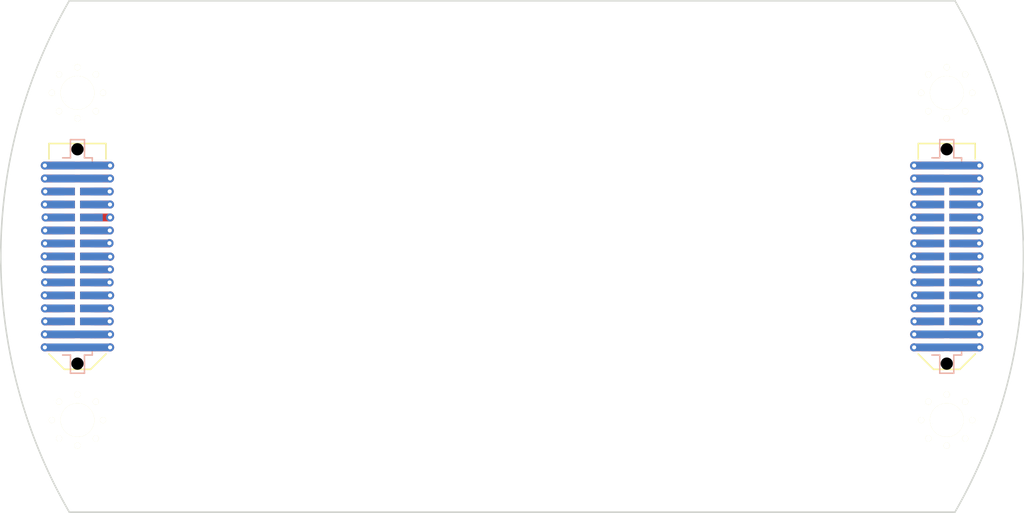
<source format=kicad_pcb>
(kicad_pcb (version 20171130) (host pcbnew no-vcs-found-dc66b73~61~ubuntu16.04.1)

  (general
    (thickness 1.6)
    (drawings 9)
    (tracks 198)
    (zones 0)
    (modules 8)
    (nets 47)
  )

  (page A4)
  (layers
    (0 F.Cu signal)
    (31 B.Cu signal)
    (32 B.Adhes user)
    (33 F.Adhes user)
    (34 B.Paste user)
    (35 F.Paste user)
    (36 B.SilkS user)
    (37 F.SilkS user)
    (38 B.Mask user)
    (39 F.Mask user)
    (40 Dwgs.User user hide)
    (41 Cmts.User user)
    (42 Eco1.User user)
    (43 Eco2.User user)
    (44 Edge.Cuts user)
    (45 Margin user)
    (46 B.CrtYd user)
    (47 F.CrtYd user hide)
    (48 B.Fab user)
    (49 F.Fab user)
  )

  (setup
    (last_trace_width 0.2)
    (user_trace_width 0.2)
    (user_trace_width 0.25)
    (user_trace_width 0.28)
    (user_trace_width 0.5)
    (user_trace_width 0.74)
    (user_trace_width 1)
    (user_trace_width 1.5)
    (user_trace_width 2)
    (trace_clearance 0.15)
    (zone_clearance 0.18)
    (zone_45_only no)
    (trace_min 0.2)
    (segment_width 0.2)
    (edge_width 0.15)
    (via_size 0.6)
    (via_drill 0.4)
    (via_min_size 0.6)
    (via_min_drill 0.3)
    (user_via 0.6 0.4)
    (user_via 0.8 0.4)
    (user_via 1 0.5)
    (user_via 1.2 0.6)
    (uvia_size 0.3)
    (uvia_drill 0.1)
    (uvias_allowed no)
    (uvia_min_size 0.2)
    (uvia_min_drill 0.1)
    (pcb_text_width 0.3)
    (pcb_text_size 1.5 1.5)
    (mod_edge_width 0.15)
    (mod_text_size 1 1)
    (mod_text_width 0.15)
    (pad_size 3.3 3.3)
    (pad_drill 3.3)
    (pad_to_mask_clearance 0)
    (aux_axis_origin 0 0)
    (visible_elements FFFFF75F)
    (pcbplotparams
      (layerselection 0x010fc_ffffffff)
      (usegerberextensions false)
      (usegerberattributes false)
      (usegerberadvancedattributes false)
      (creategerberjobfile false)
      (excludeedgelayer true)
      (linewidth 0.100000)
      (plotframeref false)
      (viasonmask false)
      (mode 1)
      (useauxorigin false)
      (hpglpennumber 1)
      (hpglpenspeed 20)
      (hpglpendiameter 15)
      (psnegative false)
      (psa4output false)
      (plotreference true)
      (plotvalue true)
      (plotinvisibletext false)
      (padsonsilk false)
      (subtractmaskfromsilk false)
      (outputformat 1)
      (mirror false)
      (drillshape 1)
      (scaleselection 1)
      (outputdirectory ""))
  )

  (net 0 "")
  (net 1 GND)
  (net 2 3v3)
  (net 3 /5v_CAN)
  (net 4 /UART_TX)
  (net 5 /UART_RX)
  (net 6 /JTMS)
  (net 7 /JTCK)
  (net 8 /JTDI)
  (net 9 /JTDO)
  (net 10 /CAN-)
  (net 11 /CAN+)
  (net 12 /RSVD6)
  (net 13 /RSVD5)
  (net 14 /RSVD4)
  (net 15 /RSVD3)
  (net 16 /RSVD2)
  (net 17 /RSVD1)
  (net 18 /3v3_AUX2)
  (net 19 /3v3_AUX1)
  (net 20 /JTDR)
  (net 21 /3v3_RADIO)
  (net 22 /3v3_FC)
  (net 23 /3v3_DL)
  (net 24 /3v3_TOP)
  (net 25 /PYRO1)
  (net 26 /PYRO2)
  (net 27 /PYRO3)
  (net 28 /PYRO4)
  (net 29 /PYRO5)
  (net 30 /PYRO6)
  (net 31 /PYRO7)
  (net 32 /PYRO8)
  (net 33 /12v_DL)
  (net 34 /RSVD7)
  (net 35 /5v_RADIO)
  (net 36 /RSVD8)
  (net 37 /5v_AUX1)
  (net 38 /RSVD9)
  (net 39 /5v_AUX2)
  (net 40 /RSVD10)
  (net 41 /5v_CAM1)
  (net 42 /RSVD11)
  (net 43 /5v_CAM2)
  (net 44 /RSVD12)
  (net 45 /PWR)
  (net 46 /RSVD13)

  (net_class Default "This is the default net class."
    (clearance 0.15)
    (trace_width 0.2)
    (via_dia 0.6)
    (via_drill 0.4)
    (uvia_dia 0.3)
    (uvia_drill 0.1)
    (add_net /12v_DL)
    (add_net /3v3_AUX1)
    (add_net /3v3_AUX2)
    (add_net /3v3_DL)
    (add_net /3v3_FC)
    (add_net /3v3_RADIO)
    (add_net /3v3_TOP)
    (add_net /5v_AUX1)
    (add_net /5v_AUX2)
    (add_net /5v_CAM1)
    (add_net /5v_CAM2)
    (add_net /5v_CAN)
    (add_net /5v_RADIO)
    (add_net /CAN+)
    (add_net /CAN-)
    (add_net /JTCK)
    (add_net /JTDI)
    (add_net /JTDO)
    (add_net /JTDR)
    (add_net /JTMS)
    (add_net /PWR)
    (add_net /PYRO1)
    (add_net /PYRO2)
    (add_net /PYRO3)
    (add_net /PYRO4)
    (add_net /PYRO5)
    (add_net /PYRO6)
    (add_net /PYRO7)
    (add_net /PYRO8)
    (add_net /RSVD1)
    (add_net /RSVD10)
    (add_net /RSVD11)
    (add_net /RSVD12)
    (add_net /RSVD13)
    (add_net /RSVD2)
    (add_net /RSVD3)
    (add_net /RSVD4)
    (add_net /RSVD5)
    (add_net /RSVD6)
    (add_net /RSVD7)
    (add_net /RSVD8)
    (add_net /RSVD9)
    (add_net /UART_RX)
    (add_net /UART_TX)
    (add_net 3v3)
    (add_net GND)
  )

  (module agg:TFML-115-02-L-D-LC (layer F.Cu) (tedit 5A7F73FE) (tstamp 5A80BB00)
    (at 57.5 100 270)
    (path /5A7E3177)
    (fp_text reference J1 (at 0 -4.125 270) (layer F.Fab)
      (effects (font (size 1 1) (thickness 0.15)))
    )
    (fp_text value "WEST TOP" (at 0 4.125 270) (layer F.Fab)
      (effects (font (size 1 1) (thickness 0.15)))
    )
    (fp_line (start 11.04 -1.285) (end 9.54 -2.785) (layer F.SilkS) (width 0.15))
    (fp_line (start 11.04 1.285) (end 11.04 -1.285) (layer F.SilkS) (width 0.15))
    (fp_line (start 9.54 2.785) (end 11.04 1.285) (layer F.SilkS) (width 0.15))
    (fp_line (start -11.04 2.785) (end -9.54 2.785) (layer F.SilkS) (width 0.15))
    (fp_line (start -11.04 -2.785) (end -11.04 2.785) (layer F.SilkS) (width 0.15))
    (fp_line (start -9.54 -2.785) (end -11.04 -2.785) (layer F.SilkS) (width 0.15))
    (fp_line (start -11.75 3.45) (end -11.75 -3.45) (layer F.CrtYd) (width 0.01))
    (fp_line (start 11.75 3.45) (end -11.75 3.45) (layer F.CrtYd) (width 0.01))
    (fp_line (start 11.75 -3.45) (end 11.75 3.45) (layer F.CrtYd) (width 0.01))
    (fp_line (start -11.75 -3.45) (end 11.75 -3.45) (layer F.CrtYd) (width 0.01))
    (fp_line (start -11.115 2.86) (end -11.115 -2.86) (layer F.Fab) (width 0.01))
    (fp_line (start 11.115 2.86) (end -11.115 2.86) (layer F.Fab) (width 0.01))
    (fp_line (start 11.115 -2.86) (end 11.115 2.86) (layer F.Fab) (width 0.01))
    (fp_line (start -11.115 -2.86) (end 11.115 -2.86) (layer F.Fab) (width 0.01))
    (pad "" np_thru_hole circle (at -10.48 0 270) (size 1.2 1.2) (drill 1.2) (layers *.Mask))
    (pad "" np_thru_hole circle (at 10.48 0 270) (size 1.2 1.2) (drill 1.2) (layers *.Mask))
    (pad 30 smd rect (at 8.89 -1.715 270) (size 0.74 2.92) (layers F.Cu F.Paste F.Mask)
      (net 1 GND))
    (pad 29 smd rect (at 8.89 1.715 270) (size 0.74 2.92) (layers F.Cu F.Paste F.Mask)
      (net 1 GND))
    (pad 28 smd rect (at 7.62 -1.715 270) (size 0.74 2.92) (layers F.Cu F.Paste F.Mask)
      (net 1 GND))
    (pad 27 smd rect (at 7.62 1.715 270) (size 0.74 2.92) (layers F.Cu F.Paste F.Mask)
      (net 1 GND))
    (pad 26 smd rect (at 6.35 -1.715 270) (size 0.74 2.92) (layers F.Cu F.Paste F.Mask)
      (net 11 /CAN+))
    (pad 25 smd rect (at 6.35 1.715 270) (size 0.74 2.92) (layers F.Cu F.Paste F.Mask)
      (net 12 /RSVD6))
    (pad 24 smd rect (at 5.08 -1.715 270) (size 0.74 2.92) (layers F.Cu F.Paste F.Mask)
      (net 10 /CAN-))
    (pad 23 smd rect (at 5.08 1.715 270) (size 0.74 2.92) (layers F.Cu F.Paste F.Mask)
      (net 13 /RSVD5))
    (pad 22 smd rect (at 3.81 -1.715 270) (size 0.74 2.92) (layers F.Cu F.Paste F.Mask)
      (net 3 /5v_CAN))
    (pad 21 smd rect (at 3.81 1.715 270) (size 0.74 2.92) (layers F.Cu F.Paste F.Mask)
      (net 14 /RSVD4))
    (pad 20 smd rect (at 2.54 -1.715 270) (size 0.74 2.92) (layers F.Cu F.Paste F.Mask)
      (net 15 /RSVD3))
    (pad 19 smd rect (at 2.54 1.715 270) (size 0.74 2.92) (layers F.Cu F.Paste F.Mask)
      (net 16 /RSVD2))
    (pad 18 smd rect (at 1.27 -1.715 270) (size 0.74 2.92) (layers F.Cu F.Paste F.Mask)
      (net 17 /RSVD1))
    (pad 17 smd rect (at 1.27 1.715 270) (size 0.74 2.92) (layers F.Cu F.Paste F.Mask)
      (net 18 /3v3_AUX2))
    (pad 16 smd rect (at 0 -1.715 270) (size 0.74 2.92) (layers F.Cu F.Paste F.Mask)
      (net 5 /UART_RX))
    (pad 15 smd rect (at 0 1.715 270) (size 0.74 2.92) (layers F.Cu F.Paste F.Mask)
      (net 19 /3v3_AUX1))
    (pad 14 smd rect (at -1.27 -1.715 270) (size 0.74 2.92) (layers F.Cu F.Paste F.Mask)
      (net 4 /UART_TX))
    (pad 13 smd rect (at -1.27 1.715 270) (size 0.74 2.92) (layers F.Cu F.Paste F.Mask)
      (net 2 3v3))
    (pad 12 smd rect (at -2.54 -1.715 270) (size 0.74 2.92) (layers F.Cu F.Paste F.Mask)
      (net 20 /JTDR))
    (pad 11 smd rect (at -2.54 1.715 270) (size 0.74 2.92) (layers F.Cu F.Paste F.Mask)
      (net 21 /3v3_RADIO))
    (pad 10 smd rect (at -3.81 -1.715 270) (size 0.74 2.92) (layers F.Cu F.Paste F.Mask)
      (net 8 /JTDI))
    (pad 9 smd rect (at -3.81 1.715 270) (size 0.74 2.92) (layers F.Cu F.Paste F.Mask)
      (net 22 /3v3_FC))
    (pad 8 smd rect (at -5.08 -1.715 270) (size 0.74 2.92) (layers F.Cu F.Paste F.Mask)
      (net 7 /JTCK))
    (pad 7 smd rect (at -5.08 1.715 270) (size 0.74 2.92) (layers F.Cu F.Paste F.Mask)
      (net 23 /3v3_DL))
    (pad 6 smd rect (at -6.35 -1.715 270) (size 0.74 2.92) (layers F.Cu F.Paste F.Mask)
      (net 6 /JTMS))
    (pad 5 smd rect (at -6.35 1.715 270) (size 0.74 2.92) (layers F.Cu F.Paste F.Mask)
      (net 24 /3v3_TOP))
    (pad 4 smd rect (at -7.62 -1.715 270) (size 0.74 2.92) (layers F.Cu F.Paste F.Mask)
      (net 1 GND))
    (pad 3 smd rect (at -7.62 1.715 270) (size 0.74 2.92) (layers F.Cu F.Paste F.Mask)
      (net 1 GND))
    (pad 2 smd rect (at -8.89 -1.715 270) (size 0.74 2.92) (layers F.Cu F.Paste F.Mask)
      (net 1 GND))
    (pad 1 smd rect (at -8.89 1.715 270) (size 0.74 2.92) (layers F.Cu F.Paste F.Mask)
      (net 1 GND))
  )

  (module agg:SFML-115-02-L-D (layer B.Cu) (tedit 5A80A668) (tstamp 5A80BB3E)
    (at 57.5 100 270)
    (path /5A7E31DC)
    (fp_text reference J2 (at 0 4.125 270) (layer B.Fab)
      (effects (font (size 1 1) (thickness 0.15)) (justify mirror))
    )
    (fp_text value "WEST BOT" (at 0 -4.125 270) (layer B.Fab)
      (effects (font (size 1 1) (thickness 0.15)) (justify mirror))
    )
    (fp_line (start -9.715 1.525) (end 9.715 1.525) (layer B.Fab) (width 0.01))
    (fp_line (start 9.715 1.525) (end 9.715 0.76) (layer B.Fab) (width 0.01))
    (fp_line (start 9.715 0.76) (end 11.495 0.76) (layer B.Fab) (width 0.01))
    (fp_line (start 11.495 0.76) (end 11.495 -0.76) (layer B.Fab) (width 0.01))
    (fp_line (start 11.495 -0.76) (end 9.715 -0.76) (layer B.Fab) (width 0.01))
    (fp_line (start 9.715 -0.76) (end 9.715 -1.525) (layer B.Fab) (width 0.01))
    (fp_line (start 9.715 -1.525) (end -9.715 -1.525) (layer B.Fab) (width 0.01))
    (fp_line (start -9.715 -1.525) (end -9.715 -0.76) (layer B.Fab) (width 0.01))
    (fp_line (start -9.715 -0.76) (end -11.495 -0.76) (layer B.Fab) (width 0.01))
    (fp_line (start -11.495 -0.76) (end -11.495 0.76) (layer B.Fab) (width 0.01))
    (fp_line (start -11.495 0.76) (end -9.715 0.76) (layer B.Fab) (width 0.01))
    (fp_line (start -9.715 0.76) (end -9.715 1.525) (layer B.Fab) (width 0.01))
    (fp_line (start -11.75 3.45) (end 11.75 3.45) (layer B.CrtYd) (width 0.01))
    (fp_line (start 11.75 3.45) (end 11.75 -3.45) (layer B.CrtYd) (width 0.01))
    (fp_line (start 11.75 -3.45) (end -11.75 -3.45) (layer B.CrtYd) (width 0.01))
    (fp_line (start -11.75 -3.45) (end -11.75 3.45) (layer B.CrtYd) (width 0.01))
    (fp_line (start 9.64 1.45) (end 9.64 0.685) (layer B.SilkS) (width 0.15))
    (fp_line (start 9.64 0.685) (end 11.42 0.685) (layer B.SilkS) (width 0.15))
    (fp_line (start 11.42 0.685) (end 11.42 -0.685) (layer B.SilkS) (width 0.15))
    (fp_line (start 11.42 -0.685) (end 9.64 -0.685) (layer B.SilkS) (width 0.15))
    (fp_line (start 9.64 -0.685) (end 9.64 -1.45) (layer B.SilkS) (width 0.15))
    (fp_line (start 9.64 -1.45) (end 9.34 -1.45) (layer B.SilkS) (width 0.15))
    (fp_line (start -9.34 -1.45) (end -9.64 -1.45) (layer B.SilkS) (width 0.15))
    (fp_line (start -9.64 -1.45) (end -9.64 -0.685) (layer B.SilkS) (width 0.15))
    (fp_line (start -9.64 -0.685) (end -11.42 -0.685) (layer B.SilkS) (width 0.15))
    (fp_line (start -11.42 -0.685) (end -11.42 0.685) (layer B.SilkS) (width 0.15))
    (fp_line (start -11.42 0.685) (end -9.64 0.685) (layer B.SilkS) (width 0.15))
    (fp_line (start -9.64 0.685) (end -9.64 1.45) (layer B.SilkS) (width 0.15))
    (pad 1 smd rect (at -8.89 1.365 270) (size 0.74 2.22) (layers B.Cu B.Paste B.Mask)
      (net 1 GND))
    (pad 2 smd rect (at -8.89 -1.365 270) (size 0.74 2.22) (layers B.Cu B.Paste B.Mask)
      (net 1 GND))
    (pad 3 smd rect (at -7.62 1.365 270) (size 0.74 2.22) (layers B.Cu B.Paste B.Mask)
      (net 1 GND))
    (pad 4 smd rect (at -7.62 -1.365 270) (size 0.74 2.22) (layers B.Cu B.Paste B.Mask)
      (net 1 GND))
    (pad 5 smd rect (at -6.35 1.365 270) (size 0.74 2.22) (layers B.Cu B.Paste B.Mask)
      (net 24 /3v3_TOP))
    (pad 6 smd rect (at -6.35 -1.365 270) (size 0.74 2.22) (layers B.Cu B.Paste B.Mask)
      (net 6 /JTMS))
    (pad 7 smd rect (at -5.08 1.365 270) (size 0.74 2.22) (layers B.Cu B.Paste B.Mask)
      (net 23 /3v3_DL))
    (pad 8 smd rect (at -5.08 -1.365 270) (size 0.74 2.22) (layers B.Cu B.Paste B.Mask)
      (net 7 /JTCK))
    (pad 9 smd rect (at -3.81 1.365 270) (size 0.74 2.22) (layers B.Cu B.Paste B.Mask)
      (net 22 /3v3_FC))
    (pad 10 smd rect (at -3.81 -1.365 270) (size 0.74 2.22) (layers B.Cu B.Paste B.Mask)
      (net 9 /JTDO))
    (pad 11 smd rect (at -2.54 1.365 270) (size 0.74 2.22) (layers B.Cu B.Paste B.Mask)
      (net 21 /3v3_RADIO))
    (pad 12 smd rect (at -2.54 -1.365 270) (size 0.74 2.22) (layers B.Cu B.Paste B.Mask)
      (net 20 /JTDR))
    (pad 13 smd rect (at -1.27 1.365 270) (size 0.74 2.22) (layers B.Cu B.Paste B.Mask)
      (net 2 3v3))
    (pad 14 smd rect (at -1.27 -1.365 270) (size 0.74 2.22) (layers B.Cu B.Paste B.Mask)
      (net 4 /UART_TX))
    (pad 15 smd rect (at 0 1.365 270) (size 0.74 2.22) (layers B.Cu B.Paste B.Mask)
      (net 19 /3v3_AUX1))
    (pad 16 smd rect (at 0 -1.365 270) (size 0.74 2.22) (layers B.Cu B.Paste B.Mask)
      (net 5 /UART_RX))
    (pad 17 smd rect (at 1.27 1.365 270) (size 0.74 2.22) (layers B.Cu B.Paste B.Mask)
      (net 18 /3v3_AUX2))
    (pad 18 smd rect (at 1.27 -1.365 270) (size 0.74 2.22) (layers B.Cu B.Paste B.Mask)
      (net 17 /RSVD1))
    (pad 19 smd rect (at 2.54 1.365 270) (size 0.74 2.22) (layers B.Cu B.Paste B.Mask)
      (net 16 /RSVD2))
    (pad 20 smd rect (at 2.54 -1.365 270) (size 0.74 2.22) (layers B.Cu B.Paste B.Mask)
      (net 15 /RSVD3))
    (pad 21 smd rect (at 3.81 1.365 270) (size 0.74 2.22) (layers B.Cu B.Paste B.Mask)
      (net 14 /RSVD4))
    (pad 22 smd rect (at 3.81 -1.365 270) (size 0.74 2.22) (layers B.Cu B.Paste B.Mask)
      (net 3 /5v_CAN))
    (pad 23 smd rect (at 5.08 1.365 270) (size 0.74 2.22) (layers B.Cu B.Paste B.Mask)
      (net 13 /RSVD5))
    (pad 24 smd rect (at 5.08 -1.365 270) (size 0.74 2.22) (layers B.Cu B.Paste B.Mask)
      (net 10 /CAN-))
    (pad 25 smd rect (at 6.35 1.365 270) (size 0.74 2.22) (layers B.Cu B.Paste B.Mask)
      (net 12 /RSVD6))
    (pad 26 smd rect (at 6.35 -1.365 270) (size 0.74 2.22) (layers B.Cu B.Paste B.Mask)
      (net 11 /CAN+))
    (pad 27 smd rect (at 7.62 1.365 270) (size 0.74 2.22) (layers B.Cu B.Paste B.Mask)
      (net 1 GND))
    (pad 28 smd rect (at 7.62 -1.365 270) (size 0.74 2.22) (layers B.Cu B.Paste B.Mask)
      (net 1 GND))
    (pad 29 smd rect (at 8.89 1.365 270) (size 0.74 2.22) (layers B.Cu B.Paste B.Mask)
      (net 1 GND))
    (pad 30 smd rect (at 8.89 -1.365 270) (size 0.74 2.22) (layers B.Cu B.Paste B.Mask)
      (net 1 GND))
  )

  (module agg:TFML-115-02-L-D-LC (layer F.Cu) (tedit 5A7F73FE) (tstamp 5A80BB70)
    (at 142.5 100 270)
    (path /5A7E31A6)
    (fp_text reference J3 (at 0 -4.125 270) (layer F.Fab)
      (effects (font (size 1 1) (thickness 0.15)))
    )
    (fp_text value "EAST TOP" (at 0 4.125 270) (layer F.Fab)
      (effects (font (size 1 1) (thickness 0.15)))
    )
    (fp_line (start -11.115 -2.86) (end 11.115 -2.86) (layer F.Fab) (width 0.01))
    (fp_line (start 11.115 -2.86) (end 11.115 2.86) (layer F.Fab) (width 0.01))
    (fp_line (start 11.115 2.86) (end -11.115 2.86) (layer F.Fab) (width 0.01))
    (fp_line (start -11.115 2.86) (end -11.115 -2.86) (layer F.Fab) (width 0.01))
    (fp_line (start -11.75 -3.45) (end 11.75 -3.45) (layer F.CrtYd) (width 0.01))
    (fp_line (start 11.75 -3.45) (end 11.75 3.45) (layer F.CrtYd) (width 0.01))
    (fp_line (start 11.75 3.45) (end -11.75 3.45) (layer F.CrtYd) (width 0.01))
    (fp_line (start -11.75 3.45) (end -11.75 -3.45) (layer F.CrtYd) (width 0.01))
    (fp_line (start -9.54 -2.785) (end -11.04 -2.785) (layer F.SilkS) (width 0.15))
    (fp_line (start -11.04 -2.785) (end -11.04 2.785) (layer F.SilkS) (width 0.15))
    (fp_line (start -11.04 2.785) (end -9.54 2.785) (layer F.SilkS) (width 0.15))
    (fp_line (start 9.54 2.785) (end 11.04 1.285) (layer F.SilkS) (width 0.15))
    (fp_line (start 11.04 1.285) (end 11.04 -1.285) (layer F.SilkS) (width 0.15))
    (fp_line (start 11.04 -1.285) (end 9.54 -2.785) (layer F.SilkS) (width 0.15))
    (pad 1 smd rect (at -8.89 1.715 270) (size 0.74 2.92) (layers F.Cu F.Paste F.Mask)
      (net 1 GND))
    (pad 2 smd rect (at -8.89 -1.715 270) (size 0.74 2.92) (layers F.Cu F.Paste F.Mask)
      (net 1 GND))
    (pad 3 smd rect (at -7.62 1.715 270) (size 0.74 2.92) (layers F.Cu F.Paste F.Mask)
      (net 1 GND))
    (pad 4 smd rect (at -7.62 -1.715 270) (size 0.74 2.92) (layers F.Cu F.Paste F.Mask)
      (net 1 GND))
    (pad 5 smd rect (at -6.35 1.715 270) (size 0.74 2.92) (layers F.Cu F.Paste F.Mask)
      (net 25 /PYRO1))
    (pad 6 smd rect (at -6.35 -1.715 270) (size 0.74 2.92) (layers F.Cu F.Paste F.Mask)
      (net 26 /PYRO2))
    (pad 7 smd rect (at -5.08 1.715 270) (size 0.74 2.92) (layers F.Cu F.Paste F.Mask)
      (net 27 /PYRO3))
    (pad 8 smd rect (at -5.08 -1.715 270) (size 0.74 2.92) (layers F.Cu F.Paste F.Mask)
      (net 28 /PYRO4))
    (pad 9 smd rect (at -3.81 1.715 270) (size 0.74 2.92) (layers F.Cu F.Paste F.Mask)
      (net 29 /PYRO5))
    (pad 10 smd rect (at -3.81 -1.715 270) (size 0.74 2.92) (layers F.Cu F.Paste F.Mask)
      (net 30 /PYRO6))
    (pad 11 smd rect (at -2.54 1.715 270) (size 0.74 2.92) (layers F.Cu F.Paste F.Mask)
      (net 31 /PYRO7))
    (pad 12 smd rect (at -2.54 -1.715 270) (size 0.74 2.92) (layers F.Cu F.Paste F.Mask)
      (net 32 /PYRO8))
    (pad 13 smd rect (at -1.27 1.715 270) (size 0.74 2.92) (layers F.Cu F.Paste F.Mask)
      (net 33 /12v_DL))
    (pad 14 smd rect (at -1.27 -1.715 270) (size 0.74 2.92) (layers F.Cu F.Paste F.Mask)
      (net 34 /RSVD7))
    (pad 15 smd rect (at 0 1.715 270) (size 0.74 2.92) (layers F.Cu F.Paste F.Mask)
      (net 35 /5v_RADIO))
    (pad 16 smd rect (at 0 -1.715 270) (size 0.74 2.92) (layers F.Cu F.Paste F.Mask)
      (net 36 /RSVD8))
    (pad 17 smd rect (at 1.27 1.715 270) (size 0.74 2.92) (layers F.Cu F.Paste F.Mask)
      (net 37 /5v_AUX1))
    (pad 18 smd rect (at 1.27 -1.715 270) (size 0.74 2.92) (layers F.Cu F.Paste F.Mask)
      (net 38 /RSVD9))
    (pad 19 smd rect (at 2.54 1.715 270) (size 0.74 2.92) (layers F.Cu F.Paste F.Mask)
      (net 39 /5v_AUX2))
    (pad 20 smd rect (at 2.54 -1.715 270) (size 0.74 2.92) (layers F.Cu F.Paste F.Mask)
      (net 40 /RSVD10))
    (pad 21 smd rect (at 3.81 1.715 270) (size 0.74 2.92) (layers F.Cu F.Paste F.Mask)
      (net 41 /5v_CAM1))
    (pad 22 smd rect (at 3.81 -1.715 270) (size 0.74 2.92) (layers F.Cu F.Paste F.Mask)
      (net 42 /RSVD11))
    (pad 23 smd rect (at 5.08 1.715 270) (size 0.74 2.92) (layers F.Cu F.Paste F.Mask)
      (net 43 /5v_CAM2))
    (pad 24 smd rect (at 5.08 -1.715 270) (size 0.74 2.92) (layers F.Cu F.Paste F.Mask)
      (net 44 /RSVD12))
    (pad 25 smd rect (at 6.35 1.715 270) (size 0.74 2.92) (layers F.Cu F.Paste F.Mask)
      (net 45 /PWR))
    (pad 26 smd rect (at 6.35 -1.715 270) (size 0.74 2.92) (layers F.Cu F.Paste F.Mask)
      (net 46 /RSVD13))
    (pad 27 smd rect (at 7.62 1.715 270) (size 0.74 2.92) (layers F.Cu F.Paste F.Mask)
      (net 1 GND))
    (pad 28 smd rect (at 7.62 -1.715 270) (size 0.74 2.92) (layers F.Cu F.Paste F.Mask)
      (net 1 GND))
    (pad 29 smd rect (at 8.89 1.715 270) (size 0.74 2.92) (layers F.Cu F.Paste F.Mask)
      (net 1 GND))
    (pad 30 smd rect (at 8.89 -1.715 270) (size 0.74 2.92) (layers F.Cu F.Paste F.Mask)
      (net 1 GND))
    (pad "" np_thru_hole circle (at 10.48 0 270) (size 1.2 1.2) (drill 1.2) (layers *.Mask))
    (pad "" np_thru_hole circle (at -10.48 0 270) (size 1.2 1.2) (drill 1.2) (layers *.Mask))
  )

  (module agg:SFML-115-02-L-D (layer B.Cu) (tedit 5A7F73FE) (tstamp 5A80BBAE)
    (at 142.5 100 270)
    (path /5A7E3279)
    (fp_text reference J4 (at 0 4.125 270) (layer B.Fab)
      (effects (font (size 1 1) (thickness 0.15)) (justify mirror))
    )
    (fp_text value "EAST BOT" (at 0 -4.125 270) (layer B.Fab)
      (effects (font (size 1 1) (thickness 0.15)) (justify mirror))
    )
    (fp_line (start -9.64 0.685) (end -9.64 1.45) (layer B.SilkS) (width 0.15))
    (fp_line (start -11.42 0.685) (end -9.64 0.685) (layer B.SilkS) (width 0.15))
    (fp_line (start -11.42 -0.685) (end -11.42 0.685) (layer B.SilkS) (width 0.15))
    (fp_line (start -9.64 -0.685) (end -11.42 -0.685) (layer B.SilkS) (width 0.15))
    (fp_line (start -9.64 -1.45) (end -9.64 -0.685) (layer B.SilkS) (width 0.15))
    (fp_line (start -9.34 -1.45) (end -9.64 -1.45) (layer B.SilkS) (width 0.15))
    (fp_line (start 9.64 -1.45) (end 9.34 -1.45) (layer B.SilkS) (width 0.15))
    (fp_line (start 9.64 -0.685) (end 9.64 -1.45) (layer B.SilkS) (width 0.15))
    (fp_line (start 11.42 -0.685) (end 9.64 -0.685) (layer B.SilkS) (width 0.15))
    (fp_line (start 11.42 0.685) (end 11.42 -0.685) (layer B.SilkS) (width 0.15))
    (fp_line (start 9.64 0.685) (end 11.42 0.685) (layer B.SilkS) (width 0.15))
    (fp_line (start 9.64 1.45) (end 9.64 0.685) (layer B.SilkS) (width 0.15))
    (fp_line (start -11.75 -3.45) (end -11.75 3.45) (layer B.CrtYd) (width 0.01))
    (fp_line (start 11.75 -3.45) (end -11.75 -3.45) (layer B.CrtYd) (width 0.01))
    (fp_line (start 11.75 3.45) (end 11.75 -3.45) (layer B.CrtYd) (width 0.01))
    (fp_line (start -11.75 3.45) (end 11.75 3.45) (layer B.CrtYd) (width 0.01))
    (fp_line (start -9.715 0.76) (end -9.715 1.525) (layer B.Fab) (width 0.01))
    (fp_line (start -11.495 0.76) (end -9.715 0.76) (layer B.Fab) (width 0.01))
    (fp_line (start -11.495 -0.76) (end -11.495 0.76) (layer B.Fab) (width 0.01))
    (fp_line (start -9.715 -0.76) (end -11.495 -0.76) (layer B.Fab) (width 0.01))
    (fp_line (start -9.715 -1.525) (end -9.715 -0.76) (layer B.Fab) (width 0.01))
    (fp_line (start 9.715 -1.525) (end -9.715 -1.525) (layer B.Fab) (width 0.01))
    (fp_line (start 9.715 -0.76) (end 9.715 -1.525) (layer B.Fab) (width 0.01))
    (fp_line (start 11.495 -0.76) (end 9.715 -0.76) (layer B.Fab) (width 0.01))
    (fp_line (start 11.495 0.76) (end 11.495 -0.76) (layer B.Fab) (width 0.01))
    (fp_line (start 9.715 0.76) (end 11.495 0.76) (layer B.Fab) (width 0.01))
    (fp_line (start 9.715 1.525) (end 9.715 0.76) (layer B.Fab) (width 0.01))
    (fp_line (start -9.715 1.525) (end 9.715 1.525) (layer B.Fab) (width 0.01))
    (pad 30 smd rect (at 8.89 -1.365 270) (size 0.74 2.22) (layers B.Cu B.Paste B.Mask)
      (net 1 GND))
    (pad 29 smd rect (at 8.89 1.365 270) (size 0.74 2.22) (layers B.Cu B.Paste B.Mask)
      (net 1 GND))
    (pad 28 smd rect (at 7.62 -1.365 270) (size 0.74 2.22) (layers B.Cu B.Paste B.Mask)
      (net 1 GND))
    (pad 27 smd rect (at 7.62 1.365 270) (size 0.74 2.22) (layers B.Cu B.Paste B.Mask)
      (net 1 GND))
    (pad 26 smd rect (at 6.35 -1.365 270) (size 0.74 2.22) (layers B.Cu B.Paste B.Mask)
      (net 46 /RSVD13))
    (pad 25 smd rect (at 6.35 1.365 270) (size 0.74 2.22) (layers B.Cu B.Paste B.Mask)
      (net 45 /PWR))
    (pad 24 smd rect (at 5.08 -1.365 270) (size 0.74 2.22) (layers B.Cu B.Paste B.Mask)
      (net 44 /RSVD12))
    (pad 23 smd rect (at 5.08 1.365 270) (size 0.74 2.22) (layers B.Cu B.Paste B.Mask)
      (net 43 /5v_CAM2))
    (pad 22 smd rect (at 3.81 -1.365 270) (size 0.74 2.22) (layers B.Cu B.Paste B.Mask)
      (net 42 /RSVD11))
    (pad 21 smd rect (at 3.81 1.365 270) (size 0.74 2.22) (layers B.Cu B.Paste B.Mask)
      (net 41 /5v_CAM1))
    (pad 20 smd rect (at 2.54 -1.365 270) (size 0.74 2.22) (layers B.Cu B.Paste B.Mask)
      (net 40 /RSVD10))
    (pad 19 smd rect (at 2.54 1.365 270) (size 0.74 2.22) (layers B.Cu B.Paste B.Mask)
      (net 39 /5v_AUX2))
    (pad 18 smd rect (at 1.27 -1.365 270) (size 0.74 2.22) (layers B.Cu B.Paste B.Mask)
      (net 38 /RSVD9))
    (pad 17 smd rect (at 1.27 1.365 270) (size 0.74 2.22) (layers B.Cu B.Paste B.Mask)
      (net 37 /5v_AUX1))
    (pad 16 smd rect (at 0 -1.365 270) (size 0.74 2.22) (layers B.Cu B.Paste B.Mask)
      (net 36 /RSVD8))
    (pad 15 smd rect (at 0 1.365 270) (size 0.74 2.22) (layers B.Cu B.Paste B.Mask)
      (net 35 /5v_RADIO))
    (pad 14 smd rect (at -1.27 -1.365 270) (size 0.74 2.22) (layers B.Cu B.Paste B.Mask)
      (net 34 /RSVD7))
    (pad 13 smd rect (at -1.27 1.365 270) (size 0.74 2.22) (layers B.Cu B.Paste B.Mask)
      (net 33 /12v_DL))
    (pad 12 smd rect (at -2.54 -1.365 270) (size 0.74 2.22) (layers B.Cu B.Paste B.Mask)
      (net 32 /PYRO8))
    (pad 11 smd rect (at -2.54 1.365 270) (size 0.74 2.22) (layers B.Cu B.Paste B.Mask)
      (net 31 /PYRO7))
    (pad 10 smd rect (at -3.81 -1.365 270) (size 0.74 2.22) (layers B.Cu B.Paste B.Mask)
      (net 30 /PYRO6))
    (pad 9 smd rect (at -3.81 1.365 270) (size 0.74 2.22) (layers B.Cu B.Paste B.Mask)
      (net 29 /PYRO5))
    (pad 8 smd rect (at -5.08 -1.365 270) (size 0.74 2.22) (layers B.Cu B.Paste B.Mask)
      (net 28 /PYRO4))
    (pad 7 smd rect (at -5.08 1.365 270) (size 0.74 2.22) (layers B.Cu B.Paste B.Mask)
      (net 27 /PYRO3))
    (pad 6 smd rect (at -6.35 -1.365 270) (size 0.74 2.22) (layers B.Cu B.Paste B.Mask)
      (net 26 /PYRO2))
    (pad 5 smd rect (at -6.35 1.365 270) (size 0.74 2.22) (layers B.Cu B.Paste B.Mask)
      (net 25 /PYRO1))
    (pad 4 smd rect (at -7.62 -1.365 270) (size 0.74 2.22) (layers B.Cu B.Paste B.Mask)
      (net 1 GND))
    (pad 3 smd rect (at -7.62 1.365 270) (size 0.74 2.22) (layers B.Cu B.Paste B.Mask)
      (net 1 GND))
    (pad 2 smd rect (at -8.89 -1.365 270) (size 0.74 2.22) (layers B.Cu B.Paste B.Mask)
      (net 1 GND))
    (pad 1 smd rect (at -8.89 1.365 270) (size 0.74 2.22) (layers B.Cu B.Paste B.Mask)
      (net 1 GND))
  )

  (module agg:M3_MOUNT (layer F.Cu) (tedit 5A87320F) (tstamp 5A81239C)
    (at 57.5 84)
    (path /5AA6A67C)
    (fp_text reference X2 (at 0 -4.1) (layer F.Fab) hide
      (effects (font (size 1 1) (thickness 0.15)))
    )
    (fp_text value HOLE (at 0 4.1) (layer F.Fab) hide
      (effects (font (size 1 1) (thickness 0.15)))
    )
    (fp_line (start -3.4 -3.4) (end 3.4 -3.4) (layer F.CrtYd) (width 0.01))
    (fp_line (start 3.4 -3.4) (end 3.4 3.4) (layer F.CrtYd) (width 0.01))
    (fp_line (start 3.4 3.4) (end -3.4 3.4) (layer F.CrtYd) (width 0.01))
    (fp_line (start -3.4 3.4) (end -3.4 -3.4) (layer F.CrtYd) (width 0.01))
    (pad "" np_thru_hole circle (at 1.8 1.8) (size 0.6 0.6) (drill 0.6) (layers *.Cu *.Mask F.SilkS))
    (pad "" np_thru_hole circle (at -1.8 1.8) (size 0.6 0.6) (drill 0.6) (layers *.Cu *.Mask F.SilkS))
    (pad "" np_thru_hole circle (at 1.8 -1.8) (size 0.6 0.6) (drill 0.6) (layers *.Cu *.Mask F.SilkS))
    (pad "" np_thru_hole circle (at -1.8 -1.8) (size 0.6 0.6) (drill 0.6) (layers *.Cu *.Mask F.SilkS))
    (pad "" np_thru_hole circle (at -2.5 0) (size 0.6 0.6) (drill 0.6) (layers *.Cu *.Mask F.SilkS))
    (pad "" np_thru_hole circle (at 0 2.5) (size 0.6 0.6) (drill 0.6) (layers *.Cu *.Mask F.SilkS))
    (pad "" np_thru_hole circle (at 2.5 0) (size 0.6 0.6) (drill 0.6) (layers *.Cu *.Mask F.SilkS))
    (pad "" np_thru_hole circle (at 0 -2.5) (size 0.6 0.6) (drill 0.6) (layers *.Cu *.Mask F.SilkS))
    (pad "" np_thru_hole circle (at 0 0) (size 3.3 3.3) (drill 3.3) (layers *.Cu *.Mask F.SilkS)
      (solder_mask_margin 1.5) (clearance 1.65))
  )

  (module agg:M3_MOUNT (layer F.Cu) (tedit 5681D0FF) (tstamp 5A8123AD)
    (at 57.5 116)
    (path /5AA6B102)
    (fp_text reference X3 (at 0 -4.1) (layer F.Fab) hide
      (effects (font (size 1 1) (thickness 0.15)))
    )
    (fp_text value HOLE (at 0 4.1) (layer F.Fab) hide
      (effects (font (size 1 1) (thickness 0.15)))
    )
    (fp_line (start -3.4 3.4) (end -3.4 -3.4) (layer F.CrtYd) (width 0.01))
    (fp_line (start 3.4 3.4) (end -3.4 3.4) (layer F.CrtYd) (width 0.01))
    (fp_line (start 3.4 -3.4) (end 3.4 3.4) (layer F.CrtYd) (width 0.01))
    (fp_line (start -3.4 -3.4) (end 3.4 -3.4) (layer F.CrtYd) (width 0.01))
    (pad "" np_thru_hole circle (at 0 0) (size 3.3 3.3) (drill 3.3) (layers *.Cu *.Mask F.SilkS)
      (solder_mask_margin 1.5) (clearance 1.65))
    (pad "" np_thru_hole circle (at 0 -2.5) (size 0.6 0.6) (drill 0.6) (layers *.Cu *.Mask F.SilkS))
    (pad "" np_thru_hole circle (at 2.5 0) (size 0.6 0.6) (drill 0.6) (layers *.Cu *.Mask F.SilkS))
    (pad "" np_thru_hole circle (at 0 2.5) (size 0.6 0.6) (drill 0.6) (layers *.Cu *.Mask F.SilkS))
    (pad "" np_thru_hole circle (at -2.5 0) (size 0.6 0.6) (drill 0.6) (layers *.Cu *.Mask F.SilkS))
    (pad "" np_thru_hole circle (at -1.8 -1.8) (size 0.6 0.6) (drill 0.6) (layers *.Cu *.Mask F.SilkS))
    (pad "" np_thru_hole circle (at 1.8 -1.8) (size 0.6 0.6) (drill 0.6) (layers *.Cu *.Mask F.SilkS))
    (pad "" np_thru_hole circle (at -1.8 1.8) (size 0.6 0.6) (drill 0.6) (layers *.Cu *.Mask F.SilkS))
    (pad "" np_thru_hole circle (at 1.8 1.8) (size 0.6 0.6) (drill 0.6) (layers *.Cu *.Mask F.SilkS))
  )

  (module agg:M3_MOUNT (layer F.Cu) (tedit 5681D0FF) (tstamp 5A8123BE)
    (at 142.5 84)
    (path /5AA6B29C)
    (fp_text reference X4 (at 0 -4.1) (layer F.Fab) hide
      (effects (font (size 1 1) (thickness 0.15)))
    )
    (fp_text value HOLE (at 0 4.1) (layer F.Fab) hide
      (effects (font (size 1 1) (thickness 0.15)))
    )
    (fp_line (start -3.4 -3.4) (end 3.4 -3.4) (layer F.CrtYd) (width 0.01))
    (fp_line (start 3.4 -3.4) (end 3.4 3.4) (layer F.CrtYd) (width 0.01))
    (fp_line (start 3.4 3.4) (end -3.4 3.4) (layer F.CrtYd) (width 0.01))
    (fp_line (start -3.4 3.4) (end -3.4 -3.4) (layer F.CrtYd) (width 0.01))
    (pad "" np_thru_hole circle (at 1.8 1.8) (size 0.6 0.6) (drill 0.6) (layers *.Cu *.Mask F.SilkS))
    (pad "" np_thru_hole circle (at -1.8 1.8) (size 0.6 0.6) (drill 0.6) (layers *.Cu *.Mask F.SilkS))
    (pad "" np_thru_hole circle (at 1.8 -1.8) (size 0.6 0.6) (drill 0.6) (layers *.Cu *.Mask F.SilkS))
    (pad "" np_thru_hole circle (at -1.8 -1.8) (size 0.6 0.6) (drill 0.6) (layers *.Cu *.Mask F.SilkS))
    (pad "" np_thru_hole circle (at -2.5 0) (size 0.6 0.6) (drill 0.6) (layers *.Cu *.Mask F.SilkS))
    (pad "" np_thru_hole circle (at 0 2.5) (size 0.6 0.6) (drill 0.6) (layers *.Cu *.Mask F.SilkS))
    (pad "" np_thru_hole circle (at 2.5 0) (size 0.6 0.6) (drill 0.6) (layers *.Cu *.Mask F.SilkS))
    (pad "" np_thru_hole circle (at 0 -2.5) (size 0.6 0.6) (drill 0.6) (layers *.Cu *.Mask F.SilkS))
    (pad "" np_thru_hole circle (at 0 0) (size 3.3 3.3) (drill 3.3) (layers *.Cu *.Mask F.SilkS)
      (solder_mask_margin 1.5) (clearance 1.65))
  )

  (module agg:M3_MOUNT (layer F.Cu) (tedit 5681D0FF) (tstamp 5A8123CF)
    (at 142.5 116)
    (path /5AA6B408)
    (fp_text reference X5 (at 0 -4.1) (layer F.Fab) hide
      (effects (font (size 1 1) (thickness 0.15)))
    )
    (fp_text value HOLE (at 0 4.1) (layer F.Fab) hide
      (effects (font (size 1 1) (thickness 0.15)))
    )
    (fp_line (start -3.4 3.4) (end -3.4 -3.4) (layer F.CrtYd) (width 0.01))
    (fp_line (start 3.4 3.4) (end -3.4 3.4) (layer F.CrtYd) (width 0.01))
    (fp_line (start 3.4 -3.4) (end 3.4 3.4) (layer F.CrtYd) (width 0.01))
    (fp_line (start -3.4 -3.4) (end 3.4 -3.4) (layer F.CrtYd) (width 0.01))
    (pad "" np_thru_hole circle (at 0 0) (size 3.3 3.3) (drill 3.3) (layers *.Cu *.Mask F.SilkS)
      (solder_mask_margin 1.5) (clearance 1.65))
    (pad "" np_thru_hole circle (at 0 -2.5) (size 0.6 0.6) (drill 0.6) (layers *.Cu *.Mask F.SilkS))
    (pad "" np_thru_hole circle (at 2.5 0) (size 0.6 0.6) (drill 0.6) (layers *.Cu *.Mask F.SilkS))
    (pad "" np_thru_hole circle (at 0 2.5) (size 0.6 0.6) (drill 0.6) (layers *.Cu *.Mask F.SilkS))
    (pad "" np_thru_hole circle (at -2.5 0) (size 0.6 0.6) (drill 0.6) (layers *.Cu *.Mask F.SilkS))
    (pad "" np_thru_hole circle (at -1.8 -1.8) (size 0.6 0.6) (drill 0.6) (layers *.Cu *.Mask F.SilkS))
    (pad "" np_thru_hole circle (at 1.8 -1.8) (size 0.6 0.6) (drill 0.6) (layers *.Cu *.Mask F.SilkS))
    (pad "" np_thru_hole circle (at -1.8 1.8) (size 0.6 0.6) (drill 0.6) (layers *.Cu *.Mask F.SilkS))
    (pad "" np_thru_hole circle (at 1.8 1.8) (size 0.6 0.6) (drill 0.6) (layers *.Cu *.Mask F.SilkS))
  )

  (gr_line (start 143.3 125) (end 56.7 125) (layer Edge.Cuts) (width 0.15))
  (gr_arc (start 100 100) (end 56.700001 75.000001) (angle -60) (layer Edge.Cuts) (width 0.15))
  (gr_line (start 143.3 75) (end 56.7 75) (layer Edge.Cuts) (width 0.15))
  (gr_arc (start 100 100) (end 143.299999 124.999999) (angle -60) (layer Edge.Cuts) (width 0.15))
  (gr_line (start 47 125) (end 153 125) (layer Dwgs.User) (width 0.2) (tstamp 5A80E41E))
  (gr_line (start 47 75) (end 153 75) (layer Dwgs.User) (width 0.2))
  (gr_line (start 47 100) (end 153 100) (layer Dwgs.User) (width 0.2))
  (gr_line (start 100 47) (end 100 155) (layer Dwgs.User) (width 0.2))
  (gr_circle (center 100 100) (end 150 100) (layer Dwgs.User) (width 0.2))

  (segment (start 58.865 91.11) (end 60.69 91.11) (width 0.74) (layer B.Cu) (net 1))
  (segment (start 56.135 91.11) (end 58.865 91.11) (width 0.74) (layer B.Cu) (net 1))
  (segment (start 54.31 91.11) (end 56.135 91.11) (width 0.74) (layer B.Cu) (net 1))
  (segment (start 56.135 92.38) (end 58.865 92.38) (width 0.74) (layer B.Cu) (net 1))
  (segment (start 56.135 92.38) (end 54.32 92.38) (width 0.74) (layer B.Cu) (net 1))
  (segment (start 60.68 92.38) (end 58.865 92.38) (width 0.74) (layer B.Cu) (net 1))
  (segment (start 58.865 107.62) (end 56.135 107.62) (width 0.74) (layer B.Cu) (net 1))
  (segment (start 60.68 107.62) (end 58.865 107.62) (width 0.74) (layer B.Cu) (net 1))
  (segment (start 60.69 108.89) (end 58.865 108.89) (width 0.74) (layer B.Cu) (net 1))
  (segment (start 56.135 108.89) (end 58.865 108.89) (width 0.74) (layer B.Cu) (net 1))
  (segment (start 54.31 108.89) (end 56.135 108.89) (width 0.74) (layer B.Cu) (net 1))
  (segment (start 54.32 107.62) (end 56.135 107.62) (width 0.74) (layer B.Cu) (net 1))
  (segment (start 55.785 92.38) (end 59.215 92.38) (width 0.74) (layer F.Cu) (net 1))
  (segment (start 55.785 91.11) (end 59.215 91.11) (width 0.74) (layer F.Cu) (net 1))
  (via (at 60.69 91.11) (size 0.8) (drill 0.4) (layers F.Cu B.Cu) (net 1))
  (segment (start 59.215 91.11) (end 60.69 91.11) (width 0.74) (layer F.Cu) (net 1))
  (via (at 60.68 92.38) (size 0.8) (drill 0.4) (layers F.Cu B.Cu) (net 1))
  (segment (start 59.215 92.38) (end 60.68 92.38) (width 0.74) (layer F.Cu) (net 1))
  (segment (start 55.785 108.89) (end 59.215 108.89) (width 0.74) (layer F.Cu) (net 1))
  (segment (start 59.215 107.62) (end 55.785 107.62) (width 0.74) (layer F.Cu) (net 1))
  (via (at 60.68 107.62) (size 0.8) (drill 0.4) (layers F.Cu B.Cu) (net 1))
  (segment (start 59.215 107.62) (end 60.68 107.62) (width 0.74) (layer F.Cu) (net 1))
  (via (at 60.69 108.89) (size 0.8) (drill 0.4) (layers F.Cu B.Cu) (net 1))
  (segment (start 59.215 108.89) (end 60.69 108.89) (width 0.74) (layer F.Cu) (net 1))
  (via (at 54.31 108.89) (size 0.8) (drill 0.4) (layers F.Cu B.Cu) (net 1))
  (segment (start 55.785 108.89) (end 54.31 108.89) (width 0.74) (layer F.Cu) (net 1))
  (via (at 54.32 107.62) (size 0.8) (drill 0.4) (layers F.Cu B.Cu) (net 1))
  (segment (start 55.785 107.62) (end 54.32 107.62) (width 0.74) (layer F.Cu) (net 1))
  (via (at 54.32 92.38) (size 0.8) (drill 0.4) (layers F.Cu B.Cu) (net 1))
  (segment (start 55.785 92.38) (end 54.32 92.38) (width 0.74) (layer F.Cu) (net 1))
  (via (at 54.31 91.11) (size 0.8) (drill 0.4) (layers F.Cu B.Cu) (net 1))
  (segment (start 55.785 91.11) (end 54.31 91.11) (width 0.74) (layer F.Cu) (net 1))
  (segment (start 140.785 108.89) (end 144.215 108.89) (width 0.74) (layer F.Cu) (net 1))
  (segment (start 140.785 107.62) (end 144.215 107.62) (width 0.74) (layer F.Cu) (net 1))
  (segment (start 139.31 108.89) (end 141.135 108.89) (width 0.74) (layer B.Cu) (net 1))
  (segment (start 141.135 107.62) (end 139.32 107.62) (width 0.74) (layer B.Cu) (net 1))
  (segment (start 141.135 107.62) (end 143.865 107.62) (width 0.74) (layer B.Cu) (net 1))
  (segment (start 143.865 108.89) (end 141.135 108.89) (width 0.74) (layer B.Cu) (net 1))
  (segment (start 145.69 108.89) (end 143.865 108.89) (width 0.74) (layer B.Cu) (net 1))
  (segment (start 145.68 107.62) (end 143.865 107.62) (width 0.74) (layer B.Cu) (net 1))
  (segment (start 140.785 92.38) (end 144.215 92.38) (width 0.74) (layer F.Cu) (net 1))
  (segment (start 144.215 91.11) (end 140.785 91.11) (width 0.74) (layer F.Cu) (net 1))
  (segment (start 141.135 91.11) (end 143.865 91.11) (width 0.74) (layer B.Cu) (net 1))
  (segment (start 143.865 92.38) (end 141.135 92.38) (width 0.74) (layer B.Cu) (net 1))
  (segment (start 145.68 92.38) (end 143.865 92.38) (width 0.74) (layer B.Cu) (net 1))
  (segment (start 145.69 91.11) (end 143.865 91.11) (width 0.74) (layer B.Cu) (net 1))
  (segment (start 139.32 92.38) (end 141.135 92.38) (width 0.74) (layer B.Cu) (net 1))
  (segment (start 139.31 91.11) (end 141.135 91.11) (width 0.74) (layer B.Cu) (net 1))
  (via (at 145.69 91.11) (size 0.8) (drill 0.4) (layers F.Cu B.Cu) (net 1))
  (segment (start 144.215 91.11) (end 145.69 91.11) (width 0.74) (layer F.Cu) (net 1))
  (via (at 145.68 92.38) (size 0.8) (drill 0.4) (layers F.Cu B.Cu) (net 1))
  (segment (start 144.215 92.38) (end 145.68 92.38) (width 0.74) (layer F.Cu) (net 1))
  (via (at 145.68 107.62) (size 0.8) (drill 0.4) (layers F.Cu B.Cu) (net 1))
  (segment (start 144.215 107.62) (end 145.68 107.62) (width 0.74) (layer F.Cu) (net 1))
  (via (at 145.69 108.89) (size 0.8) (drill 0.4) (layers F.Cu B.Cu) (net 1))
  (segment (start 144.215 108.89) (end 145.69 108.89) (width 0.74) (layer F.Cu) (net 1))
  (via (at 139.31 108.89) (size 0.8) (drill 0.4) (layers F.Cu B.Cu) (net 1))
  (segment (start 140.785 108.89) (end 139.31 108.89) (width 0.74) (layer F.Cu) (net 1))
  (via (at 139.32 107.62) (size 0.8) (drill 0.4) (layers F.Cu B.Cu) (net 1))
  (segment (start 140.785 107.62) (end 139.32 107.62) (width 0.74) (layer F.Cu) (net 1))
  (via (at 139.32 92.38) (size 0.8) (drill 0.4) (layers F.Cu B.Cu) (net 1))
  (segment (start 140.785 92.38) (end 139.32 92.38) (width 0.74) (layer F.Cu) (net 1))
  (via (at 139.31 91.11) (size 0.8) (drill 0.4) (layers F.Cu B.Cu) (net 1))
  (segment (start 140.785 91.11) (end 139.31 91.11) (width 0.74) (layer F.Cu) (net 1))
  (segment (start 56.135 98.73) (end 56.875 98.73) (width 0.2) (layer B.Cu) (net 2))
  (segment (start 55.785 98.73) (end 56.88 98.73) (width 0.2) (layer F.Cu) (net 2))
  (segment (start 55.785 98.73) (end 56.875 98.73) (width 0.2) (layer F.Cu) (net 2))
  (segment (start 56.135 98.73) (end 54.33 98.73) (width 0.74) (layer B.Cu) (net 2))
  (via (at 54.33 98.73) (size 0.8) (drill 0.4) (layers F.Cu B.Cu) (net 2))
  (segment (start 55.785 98.73) (end 54.33 98.73) (width 0.74) (layer F.Cu) (net 2))
  (segment (start 60.69 103.81) (end 58.865 103.81) (width 0.74) (layer B.Cu) (net 3))
  (via (at 60.69 103.81) (size 0.8) (drill 0.4) (layers F.Cu B.Cu) (net 3))
  (segment (start 59.215 103.81) (end 60.69 103.81) (width 0.74) (layer F.Cu) (net 3))
  (segment (start 60.63 98.73) (end 58.865 98.73) (width 0.74) (layer B.Cu) (net 4))
  (via (at 60.63 98.7) (size 0.8) (drill 0.4) (layers F.Cu B.Cu) (net 4))
  (segment (start 59.215 98.73) (end 60.63 98.73) (width 0.74) (layer F.Cu) (net 4))
  (segment (start 60.7 100) (end 58.865 100) (width 0.74) (layer B.Cu) (net 5))
  (via (at 60.7 100.025) (size 0.8) (drill 0.4) (layers F.Cu B.Cu) (net 5))
  (segment (start 59.215 100) (end 60.7 100) (width 0.74) (layer F.Cu) (net 5))
  (segment (start 58.865 93.65) (end 60.65 93.65) (width 0.74) (layer B.Cu) (net 6))
  (via (at 60.65 93.65) (size 0.8) (drill 0.4) (layers F.Cu B.Cu) (net 6))
  (segment (start 59.215 93.65) (end 60.65 93.65) (width 0.74) (layer F.Cu) (net 6))
  (segment (start 58.865 94.92) (end 60.68 94.92) (width 0.74) (layer B.Cu) (net 7))
  (via (at 60.68 94.92) (size 0.8) (drill 0.4) (layers F.Cu B.Cu) (net 7))
  (segment (start 59.215 94.92) (end 60.68 94.92) (width 0.74) (layer F.Cu) (net 7))
  (via (at 60.69 96.19) (size 0.8) (drill 0.4) (layers F.Cu B.Cu) (net 8))
  (segment (start 59.215 96.19) (end 60.69 96.19) (width 0.74) (layer F.Cu) (net 8))
  (segment (start 60.68 105.08) (end 58.865 105.08) (width 0.74) (layer B.Cu) (net 10))
  (via (at 60.68 105.08) (size 0.8) (drill 0.4) (layers F.Cu B.Cu) (net 10))
  (segment (start 59.215 105.08) (end 60.68 105.08) (width 0.74) (layer F.Cu) (net 10))
  (segment (start 58.865 106.35) (end 60.65 106.35) (width 0.74) (layer B.Cu) (net 11))
  (via (at 60.65 106.35) (size 0.8) (drill 0.4) (layers F.Cu B.Cu) (net 11))
  (segment (start 59.215 106.35) (end 60.65 106.35) (width 0.74) (layer F.Cu) (net 11))
  (segment (start 54.35 106.35) (end 56.135 106.35) (width 0.74) (layer B.Cu) (net 12))
  (via (at 54.35 106.35) (size 0.8) (drill 0.4) (layers F.Cu B.Cu) (net 12))
  (segment (start 55.785 106.35) (end 54.35 106.35) (width 0.74) (layer F.Cu) (net 12))
  (segment (start 54.32 105.08) (end 56.135 105.08) (width 0.74) (layer B.Cu) (net 13))
  (via (at 54.32 105.08) (size 0.8) (drill 0.4) (layers F.Cu B.Cu) (net 13))
  (segment (start 55.785 105.08) (end 54.32 105.08) (width 0.74) (layer F.Cu) (net 13))
  (segment (start 56.135 103.81) (end 54.31 103.81) (width 0.74) (layer B.Cu) (net 14))
  (via (at 54.31 103.81) (size 0.8) (drill 0.4) (layers F.Cu B.Cu) (net 14))
  (segment (start 55.785 103.81) (end 54.31 103.81) (width 0.74) (layer F.Cu) (net 14))
  (segment (start 58.865 102.54) (end 60.64 102.54) (width 0.74) (layer B.Cu) (net 15))
  (via (at 60.64 102.54) (size 0.8) (drill 0.4) (layers F.Cu B.Cu) (net 15))
  (segment (start 59.215 102.54) (end 60.64 102.54) (width 0.74) (layer F.Cu) (net 15))
  (segment (start 54.34 102.54) (end 56.135 102.54) (width 0.74) (layer B.Cu) (net 16))
  (via (at 54.34 102.54) (size 0.8) (drill 0.4) (layers F.Cu B.Cu) (net 16))
  (segment (start 55.785 102.54) (end 54.34 102.54) (width 0.74) (layer F.Cu) (net 16))
  (segment (start 58.865 101.27) (end 60.67 101.27) (width 0.74) (layer B.Cu) (net 17))
  (via (at 60.67 101.27) (size 0.8) (drill 0.4) (layers F.Cu B.Cu) (net 17))
  (segment (start 59.215 101.27) (end 60.67 101.27) (width 0.74) (layer F.Cu) (net 17))
  (segment (start 54.33 101.27) (end 56.135 101.27) (width 0.74) (layer B.Cu) (net 18))
  (via (at 54.33 101.27) (size 0.8) (drill 0.4) (layers F.Cu B.Cu) (net 18))
  (segment (start 55.785 101.27) (end 54.33 101.27) (width 0.74) (layer F.Cu) (net 18))
  (segment (start 54.3 100) (end 56.135 100) (width 0.74) (layer B.Cu) (net 19))
  (via (at 54.3 100) (size 0.8) (drill 0.4) (layers F.Cu B.Cu) (net 19))
  (segment (start 55.785 100) (end 54.3 100) (width 0.74) (layer F.Cu) (net 19))
  (segment (start 58.865 97.46) (end 60.66 97.46) (width 0.74) (layer B.Cu) (net 20))
  (via (at 60.66 97.46) (size 0.8) (drill 0.4) (layers F.Cu B.Cu) (net 20))
  (segment (start 59.215 97.46) (end 60.66 97.46) (width 0.74) (layer F.Cu) (net 20))
  (segment (start 54.34 97.46) (end 56.135 97.46) (width 0.74) (layer B.Cu) (net 21))
  (via (at 54.34 97.46) (size 0.8) (drill 0.4) (layers F.Cu B.Cu) (net 21))
  (segment (start 55.785 97.46) (end 54.34 97.46) (width 0.74) (layer F.Cu) (net 21))
  (segment (start 54.39 96.19) (end 56.135 96.19) (width 0.74) (layer B.Cu) (net 22))
  (via (at 54.39 96.19) (size 0.8) (drill 0.4) (layers F.Cu B.Cu) (net 22))
  (segment (start 55.785 96.19) (end 54.39 96.19) (width 0.74) (layer F.Cu) (net 22))
  (segment (start 54.32 94.92) (end 56.135 94.92) (width 0.74) (layer B.Cu) (net 23))
  (via (at 54.32 94.92) (size 0.8) (drill 0.4) (layers F.Cu B.Cu) (net 23))
  (segment (start 55.785 94.92) (end 54.32 94.92) (width 0.74) (layer F.Cu) (net 23))
  (segment (start 54.35 93.65) (end 56.135 93.65) (width 0.74) (layer B.Cu) (net 24))
  (via (at 54.35 93.65) (size 0.8) (drill 0.4) (layers F.Cu B.Cu) (net 24))
  (segment (start 55.785 93.65) (end 54.35 93.65) (width 0.74) (layer F.Cu) (net 24))
  (segment (start 139.35 93.65) (end 141.135 93.65) (width 0.74) (layer B.Cu) (net 25))
  (via (at 139.35 93.65) (size 0.8) (drill 0.4) (layers F.Cu B.Cu) (net 25))
  (segment (start 140.785 93.65) (end 139.35 93.65) (width 0.74) (layer F.Cu) (net 25))
  (segment (start 145.65 93.65) (end 143.865 93.65) (width 0.74) (layer B.Cu) (net 26))
  (via (at 145.65 93.65) (size 0.8) (drill 0.4) (layers F.Cu B.Cu) (net 26))
  (segment (start 144.215 93.65) (end 145.65 93.65) (width 0.74) (layer F.Cu) (net 26))
  (segment (start 139.32 94.92) (end 141.135 94.92) (width 0.74) (layer B.Cu) (net 27))
  (via (at 139.32 94.92) (size 0.8) (drill 0.4) (layers F.Cu B.Cu) (net 27))
  (segment (start 140.785 94.92) (end 139.32 94.92) (width 0.74) (layer F.Cu) (net 27))
  (segment (start 145.68 94.92) (end 143.865 94.92) (width 0.74) (layer B.Cu) (net 28))
  (via (at 145.68 94.92) (size 0.8) (drill 0.4) (layers F.Cu B.Cu) (net 28))
  (segment (start 144.215 94.92) (end 145.68 94.92) (width 0.74) (layer F.Cu) (net 28))
  (segment (start 139.31 96.19) (end 141.135 96.19) (width 0.74) (layer B.Cu) (net 29))
  (via (at 139.31 96.19) (size 0.8) (drill 0.4) (layers F.Cu B.Cu) (net 29))
  (segment (start 140.785 96.19) (end 139.31 96.19) (width 0.74) (layer F.Cu) (net 29))
  (segment (start 145.69 96.19) (end 143.865 96.19) (width 0.74) (layer B.Cu) (net 30))
  (via (at 145.69 96.19) (size 0.8) (drill 0.4) (layers F.Cu B.Cu) (net 30))
  (segment (start 144.215 96.19) (end 145.69 96.19) (width 0.74) (layer F.Cu) (net 30))
  (segment (start 139.34 97.46) (end 141.135 97.46) (width 0.74) (layer B.Cu) (net 31))
  (via (at 139.34 97.46) (size 0.8) (drill 0.4) (layers F.Cu B.Cu) (net 31))
  (segment (start 140.785 97.46) (end 139.34 97.46) (width 0.74) (layer F.Cu) (net 31))
  (segment (start 145.66 97.46) (end 143.865 97.46) (width 0.74) (layer B.Cu) (net 32))
  (via (at 145.66 97.46) (size 0.8) (drill 0.4) (layers F.Cu B.Cu) (net 32))
  (segment (start 144.215 97.46) (end 145.66 97.46) (width 0.74) (layer F.Cu) (net 32))
  (segment (start 139.33 98.73) (end 141.135 98.73) (width 0.74) (layer B.Cu) (net 33))
  (via (at 139.33 98.73) (size 0.8) (drill 0.4) (layers F.Cu B.Cu) (net 33))
  (segment (start 140.785 98.73) (end 139.33 98.73) (width 0.74) (layer F.Cu) (net 33))
  (segment (start 145.67 98.73) (end 143.865 98.73) (width 0.74) (layer B.Cu) (net 34))
  (via (at 145.67 98.73) (size 0.8) (drill 0.4) (layers F.Cu B.Cu) (net 34))
  (segment (start 144.215 98.73) (end 145.67 98.73) (width 0.74) (layer F.Cu) (net 34))
  (segment (start 139.3 100) (end 141.135 100) (width 0.74) (layer B.Cu) (net 35))
  (via (at 139.3 100) (size 0.8) (drill 0.4) (layers F.Cu B.Cu) (net 35))
  (segment (start 140.785 100) (end 139.3 100) (width 0.74) (layer F.Cu) (net 35))
  (segment (start 145.7 100) (end 143.865 100) (width 0.74) (layer B.Cu) (net 36))
  (via (at 145.7 100) (size 0.8) (drill 0.4) (layers F.Cu B.Cu) (net 36))
  (segment (start 144.215 100) (end 145.7 100) (width 0.74) (layer F.Cu) (net 36))
  (segment (start 139.33 101.27) (end 141.135 101.27) (width 0.74) (layer B.Cu) (net 37))
  (via (at 139.33 101.27) (size 0.8) (drill 0.4) (layers F.Cu B.Cu) (net 37))
  (segment (start 140.785 101.27) (end 139.33 101.27) (width 0.74) (layer F.Cu) (net 37))
  (segment (start 145.67 101.27) (end 143.865 101.27) (width 0.74) (layer B.Cu) (net 38))
  (via (at 145.67 101.27) (size 0.8) (drill 0.4) (layers F.Cu B.Cu) (net 38))
  (segment (start 144.215 101.27) (end 145.67 101.27) (width 0.74) (layer F.Cu) (net 38))
  (segment (start 139.34 102.54) (end 141.135 102.54) (width 0.74) (layer B.Cu) (net 39))
  (via (at 139.34 102.54) (size 0.8) (drill 0.4) (layers F.Cu B.Cu) (net 39))
  (segment (start 140.785 102.54) (end 139.34 102.54) (width 0.74) (layer F.Cu) (net 39))
  (segment (start 145.64 102.54) (end 143.865 102.54) (width 0.74) (layer B.Cu) (net 40))
  (via (at 145.64 102.54) (size 0.8) (drill 0.4) (layers F.Cu B.Cu) (net 40))
  (segment (start 144.215 102.54) (end 145.64 102.54) (width 0.74) (layer F.Cu) (net 40))
  (segment (start 139.41 103.81) (end 141.135 103.81) (width 0.74) (layer B.Cu) (net 41))
  (via (at 139.41 103.81) (size 0.8) (drill 0.4) (layers F.Cu B.Cu) (net 41))
  (segment (start 140.785 103.81) (end 139.41 103.81) (width 0.74) (layer F.Cu) (net 41))
  (segment (start 143.865 103.81) (end 145.69 103.81) (width 0.74) (layer B.Cu) (net 42))
  (via (at 145.69 103.81) (size 0.8) (drill 0.4) (layers F.Cu B.Cu) (net 42))
  (segment (start 144.215 103.81) (end 145.69 103.81) (width 0.74) (layer F.Cu) (net 42))
  (segment (start 141.135 105.08) (end 139.32 105.08) (width 0.74) (layer B.Cu) (net 43))
  (via (at 139.32 105.08) (size 0.8) (drill 0.4) (layers F.Cu B.Cu) (net 43))
  (segment (start 140.785 105.08) (end 139.32 105.08) (width 0.74) (layer F.Cu) (net 43))
  (segment (start 145.68 105.08) (end 143.865 105.08) (width 0.74) (layer B.Cu) (net 44))
  (via (at 145.68 105.08) (size 0.8) (drill 0.4) (layers F.Cu B.Cu) (net 44))
  (segment (start 144.215 105.08) (end 145.68 105.08) (width 0.74) (layer F.Cu) (net 44))
  (segment (start 139.35 106.35) (end 141.135 106.35) (width 0.74) (layer B.Cu) (net 45))
  (via (at 139.35 106.35) (size 0.8) (drill 0.4) (layers F.Cu B.Cu) (net 45))
  (segment (start 140.785 106.35) (end 139.35 106.35) (width 0.74) (layer F.Cu) (net 45))
  (segment (start 145.65 106.35) (end 143.865 106.35) (width 0.74) (layer B.Cu) (net 46))
  (via (at 145.65 106.35) (size 0.8) (drill 0.4) (layers F.Cu B.Cu) (net 46))
  (segment (start 144.215 106.35) (end 145.65 106.35) (width 0.74) (layer F.Cu) (net 46))

)

</source>
